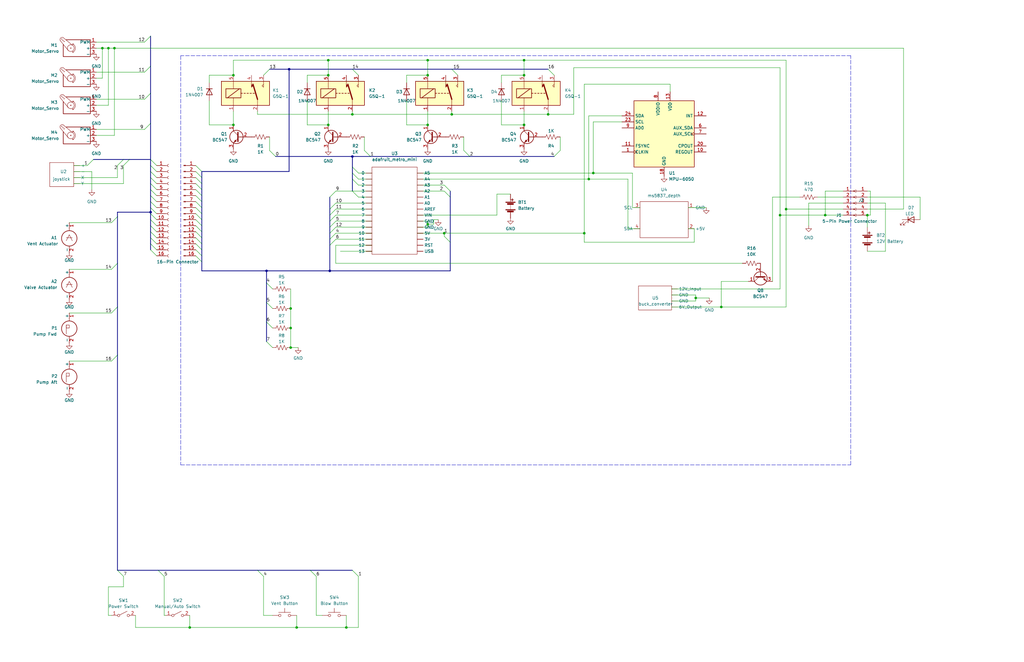
<source format=kicad_sch>
(kicad_sch (version 20211123) (generator eeschema)
  (paper "B")
  (lib_symbols
    (symbol "Connector:Conn_01x05_Female" (pin_names (offset 1.016) hide)
      (property "Reference" "J" (at 0 7.62 0))
      (property "Value" "Conn_01x05_Female" (at 0 -7.62 0))
      (symbol "Conn_01x05_Female_1_1"
        (pin passive line (at -5.08 5.08 0) (length 3.81) (name "Pin_1") (number "1"))
        (pin passive line (at -5.08 2.54 0) (length 3.81) (name "Pin_2") (number "2"))
        (pin passive line (at -5.08 0 0) (length 3.81) (name "Pin_3") (number "3"))
        (pin passive line (at -5.08 -2.54 0) (length 3.81) (name "Pin_4") (number "4"))
        (pin passive line (at -5.08 -5.08 0) (length 3.81) (name "Pin_5") (number "5"))
      )
    )
    (symbol "Connector:Conn_01x05_Male" (pin_names (offset 1.016) hide)
      (property "Reference" "J" (at 0 7.62 0))
      (property "Value" "Conn_01x05_Male" (at 0 -7.62 0))
      (symbol "Conn_01x05_Male_1_1"
        (pin passive line (at 5.08 5.08 180) (length 3.81) (name "Pin_1") (number "1"))
        (pin passive line (at 5.08 2.54 180) (length 3.81) (name "Pin_2") (number "2"))
        (pin passive line (at 5.08 0 180) (length 3.81) (name "Pin_3") (number "3"))
        (pin passive line (at 5.08 -2.54 180) (length 3.81) (name "Pin_4") (number "4"))
        (pin passive line (at 5.08 -5.08 180) (length 3.81) (name "Pin_5") (number "5"))
      )
    )
    (symbol "Connector:Conn_01x16_Female" (pin_names (offset 1.016) hide)
      (property "Reference" "J" (at 0 20.32 0))
      (property "Value" "Conn_01x16_Female" (at 0 -22.86 0))
      (symbol "Conn_01x16_Female_1_1"
        (pin passive line (at -5.08 17.78 0) (length 3.81) (name "Pin_1") (number "1"))
        (pin passive line (at -5.08 -5.08 0) (length 3.81) (name "Pin_10") (number "10"))
        (pin passive line (at -5.08 -7.62 0) (length 3.81) (name "Pin_11") (number "11"))
        (pin passive line (at -5.08 -10.16 0) (length 3.81) (name "Pin_12") (number "12"))
        (pin passive line (at -5.08 -12.7 0) (length 3.81) (name "Pin_13") (number "13"))
        (pin passive line (at -5.08 -15.24 0) (length 3.81) (name "Pin_14") (number "14"))
        (pin passive line (at -5.08 -17.78 0) (length 3.81) (name "Pin_15") (number "15"))
        (pin passive line (at -5.08 -20.32 0) (length 3.81) (name "Pin_16") (number "16"))
        (pin passive line (at -5.08 15.24 0) (length 3.81) (name "Pin_2") (number "2"))
        (pin passive line (at -5.08 12.7 0) (length 3.81) (name "Pin_3") (number "3"))
        (pin passive line (at -5.08 10.16 0) (length 3.81) (name "Pin_4") (number "4"))
        (pin passive line (at -5.08 7.62 0) (length 3.81) (name "Pin_5") (number "5"))
        (pin passive line (at -5.08 5.08 0) (length 3.81) (name "Pin_6") (number "6"))
        (pin passive line (at -5.08 2.54 0) (length 3.81) (name "Pin_7") (number "7"))
        (pin passive line (at -5.08 0 0) (length 3.81) (name "Pin_8") (number "8"))
        (pin passive line (at -5.08 -2.54 0) (length 3.81) (name "Pin_9") (number "9"))
      )
    )
    (symbol "Connector:Conn_01x16_Male" (pin_names (offset 1.016) hide)
      (property "Reference" "J" (at 0 20.32 0))
      (property "Value" "Conn_01x16_Male" (at 0 -22.86 0))
      (symbol "Conn_01x16_Male_1_1"
        (pin passive line (at 5.08 17.78 180) (length 3.81) (name "Pin_1") (number "1"))
        (pin passive line (at 5.08 -5.08 180) (length 3.81) (name "Pin_10") (number "10"))
        (pin passive line (at 5.08 -7.62 180) (length 3.81) (name "Pin_11") (number "11"))
        (pin passive line (at 5.08 -10.16 180) (length 3.81) (name "Pin_12") (number "12"))
        (pin passive line (at 5.08 -12.7 180) (length 3.81) (name "Pin_13") (number "13"))
        (pin passive line (at 5.08 -15.24 180) (length 3.81) (name "Pin_14") (number "14"))
        (pin passive line (at 5.08 -17.78 180) (length 3.81) (name "Pin_15") (number "15"))
        (pin passive line (at 5.08 -20.32 180) (length 3.81) (name "Pin_16") (number "16"))
        (pin passive line (at 5.08 15.24 180) (length 3.81) (name "Pin_2") (number "2"))
        (pin passive line (at 5.08 12.7 180) (length 3.81) (name "Pin_3") (number "3"))
        (pin passive line (at 5.08 10.16 180) (length 3.81) (name "Pin_4") (number "4"))
        (pin passive line (at 5.08 7.62 180) (length 3.81) (name "Pin_5") (number "5"))
        (pin passive line (at 5.08 5.08 180) (length 3.81) (name "Pin_6") (number "6"))
        (pin passive line (at 5.08 2.54 180) (length 3.81) (name "Pin_7") (number "7"))
        (pin passive line (at 5.08 0 180) (length 3.81) (name "Pin_8") (number "8"))
        (pin passive line (at 5.08 -2.54 180) (length 3.81) (name "Pin_9") (number "9"))
      )
    )
    (symbol "Device:Battery" (pin_numbers hide) (pin_names (offset 0) hide)
      (property "Reference" "BT" (at 2.54 2.54 0))
      (property "Value" "Battery" (at 2.54 0 0))
      (symbol "Battery_1_1"
        (pin passive line (at 0 5.08 270) (length 2.54) (name "+") (number "1"))
        (pin passive line (at 0 -5.08 90) (length 2.54) (name "-") (number "2"))
      )
    )
    (symbol "Device:D" (pin_numbers hide) (pin_names (offset 1.016) hide)
      (property "Reference" "D" (at 0 2.54 0))
      (property "Value" "D" (at 0 -2.54 0))
      (symbol "D_1_1"
        (pin passive line (at -3.81 0 0) (length 2.54) (name "K") (number "1"))
        (pin passive line (at 3.81 0 180) (length 2.54) (name "A") (number "2"))
      )
    )
    (symbol "Device:LED" (pin_numbers hide) (pin_names (offset 1.016) hide)
      (property "Reference" "D" (at 0 2.54 0))
      (property "Value" "LED" (at 0 -2.54 0))
      (symbol "LED_1_1"
        (pin passive line (at -3.81 0 0) (length 2.54) (name "K") (number "1"))
        (pin passive line (at 3.81 0 180) (length 2.54) (name "A") (number "2"))
      )
    )
    (symbol "Device:R_US" (pin_numbers hide) (pin_names (offset 0))
      (property "Reference" "R" (at 2.54 0 90))
      (property "Value" "R_US" (at -2.54 0 90))
      (symbol "R_US_1_1"
        (pin passive line (at 0 3.81 270) (length 1.27) (name "~") (number "1"))
        (pin passive line (at 0 -3.81 90) (length 1.27) (name "~") (number "2"))
      )
    )
    (symbol "Motor:Motor_DC" (pin_names (offset 0))
      (property "Reference" "A2" (at 5.08 -1.2699 0))
      (property "Value" "Pump Aft" (at 5.08 -3.8099 0))
      (symbol "Motor_DC_1_1"
        (pin passive line (at 0 5.08 270) (length 2.54) (name "+") (number "1"))
        (pin passive line (at 0 -7.62 90) (length 2.54) (name "-") (number "2"))
      )
    )
    (symbol "Motor:Motor_Servo" (pin_names (offset 0.0254))
      (property "Reference" "M" (at -5.08 4.445 0))
      (property "Value" "Motor_Servo" (at -5.08 -4.064 0))
      (symbol "Motor_Servo_1_1"
        (pin passive line (at -7.62 2.54 0) (length 2.54) (name "PWM") (number "1"))
        (pin passive line (at -7.62 0 0) (length 2.54) (name "+") (number "2"))
        (pin passive line (at -7.62 -2.54 0) (length 2.54) (name "-") (number "3"))
      )
    )
    (symbol "Motor_DC_1" (pin_names (offset 0))
      (property "Reference" "A1" (at 5.08 -1.2699 0))
      (property "Value" "Motor_DC_1" (at 5.08 -3.8099 0))
      (symbol "Motor_DC_1_1_1"
        (pin passive line (at 0 5.08 270) (length 2.54) (name "+") (number "1"))
        (pin passive line (at 0 -7.62 90) (length 2.54) (name "-") (number "2"))
      )
    )
    (symbol "Motor_DC_2" (pin_names (offset 0))
      (property "Reference" "M?" (at 5.08 -1.2699 0))
      (property "Value" "Motor_DC" (at 5.08 -3.8099 0))
      (symbol "Motor_DC_2_1_1"
        (pin passive line (at 0 5.08 270) (length 2.54) (name "+") (number "1"))
        (pin passive line (at 0 -7.62 90) (length 2.54) (name "-") (number "2"))
      )
    )
    (symbol "Motor_DC_3" (pin_names (offset 0))
      (property "Reference" "M?" (at 5.08 -1.2699 0))
      (property "Value" "Motor_DC" (at 5.08 -3.8099 0))
      (symbol "Motor_DC_3_1_1"
        (pin passive line (at 0 5.08 270) (length 2.54) (name "+") (number "1"))
        (pin passive line (at 0 -7.62 90) (length 2.54) (name "-") (number "2"))
      )
    )
    (symbol "Relay:G5Q-1"
      (property "Reference" "K" (at 11.43 3.81 0))
      (property "Value" "G5Q-1" (at 11.43 1.27 0))
      (symbol "G5Q-1_1_1"
        (pin passive line (at -5.08 -7.62 90) (length 2.54) (name "~") (number "1"))
        (pin passive line (at 5.08 -7.62 90) (length 2.54) (name "~") (number "2"))
        (pin passive line (at 7.62 7.62 270) (length 2.54) (name "~") (number "3"))
        (pin passive line (at 2.54 7.62 270) (length 2.54) (name "~") (number "4"))
        (pin passive line (at -5.08 7.62 270) (length 2.54) (name "~") (number "5"))
      )
    )
    (symbol "Sensor_Motion:MPU-6050"
      (property "Reference" "U" (at -11.43 13.97 0))
      (property "Value" "MPU-6050" (at 7.62 -15.24 0))
      (symbol "MPU-6050_0_0"
        (text "" (at 12.7 -2.54 0) (effects (font (size 1.27 1.27))))
      )
      (symbol "MPU-6050_1_1"
        (pin input clock (at -17.78 -7.62 0) (length 5.08) (name "CLKIN") (number "1"))
        (pin passive line (at 17.78 -7.62 180) (length 5.08) (name "REGOUT") (number "10"))
        (pin input line (at -17.78 -5.08 0) (length 5.08) (name "FSYNC") (number "11"))
        (pin output line (at 17.78 7.62 180) (length 5.08) (name "INT") (number "12"))
        (pin power_in line (at 2.54 17.78 270) (length 3.81) (name "VDD") (number "13"))
        (pin no_connect line (at -12.7 -10.16 0) (length 2.54) hide (name "NC") (number "14"))
        (pin no_connect line (at 12.7 12.7 180) (length 2.54) hide (name "NC") (number "15"))
        (pin no_connect line (at 12.7 10.16 180) (length 2.54) hide (name "NC") (number "16"))
        (pin no_connect line (at 12.7 5.08 180) (length 2.54) hide (name "NC") (number "17"))
        (pin power_in line (at 0 -17.78 90) (length 3.81) (name "GND") (number "18"))
        (pin no_connect line (at 12.7 -10.16 180) (length 2.54) hide (name "NC") (number "19"))
        (pin no_connect line (at -12.7 12.7 0) (length 2.54) hide (name "NC") (number "2"))
        (pin passive line (at 17.78 -5.08 180) (length 5.08) (name "CPOUT") (number "20"))
        (pin no_connect line (at 12.7 -2.54 180) (length 2.54) hide (name "NC") (number "21"))
        (pin no_connect line (at 12.7 -12.7 180) (length 2.54) hide (name "NC") (number "22"))
        (pin input line (at -17.78 5.08 0) (length 5.08) (name "SCL") (number "23"))
        (pin bidirectional line (at -17.78 7.62 0) (length 5.08) (name "SDA") (number "24"))
        (pin no_connect line (at -12.7 10.16 0) (length 2.54) hide (name "NC") (number "3"))
        (pin no_connect line (at -12.7 0 0) (length 2.54) hide (name "NC") (number "4"))
        (pin no_connect line (at -12.7 -2.54 0) (length 2.54) hide (name "NC") (number "5"))
        (pin bidirectional line (at 17.78 2.54 180) (length 5.08) (name "AUX_SDA") (number "6"))
        (pin output clock (at 17.78 0 180) (length 5.08) (name "AUX_SCL") (number "7"))
        (pin power_in line (at -2.54 17.78 270) (length 3.81) (name "VDDIO") (number "8"))
        (pin input line (at -17.78 2.54 0) (length 5.08) (name "AD0") (number "9"))
      )
    )
    (symbol "Switch:SW_Push" (pin_numbers hide) (pin_names (offset 1.016) hide)
      (property "Reference" "SW" (at 1.27 2.54 0))
      (property "Value" "SW_Push" (at 0 -1.524 0))
      (symbol "SW_Push_0_1"
        (pin passive line (at -5.08 0 0) (length 2.54) (name "1") (number "1"))
        (pin passive line (at 5.08 0 180) (length 2.54) (name "2") (number "2"))
      )
    )
    (symbol "Switch:SW_SPST" (pin_names (offset 0) hide)
      (property "Reference" "SW" (at 0 3.175 0))
      (property "Value" "SW_SPST" (at 0 -2.54 0))
      (symbol "SW_SPST_1_1"
        (pin passive line (at -5.08 0 0) (length 2.54) (name "A") (number "1"))
        (pin passive line (at 5.08 0 180) (length 2.54) (name "B") (number "2"))
      )
    )
    (symbol "Transistor_BJT:BC547" (pin_names (offset 0) hide)
      (property "Reference" "Q" (at 5.08 1.905 0))
      (property "Value" "BC547" (at 5.08 0 0))
      (symbol "BC547_1_1"
        (pin passive line (at 2.54 5.08 270) (length 2.54) (name "C") (number "1"))
        (pin input line (at -5.08 0 0) (length 5.08) (name "B") (number "2"))
        (pin passive line (at 2.54 -5.08 90) (length 2.54) (name "E") (number "3"))
      )
    )
    (symbol "custom_parts:adafruit_metro_mini" (pin_numbers hide)
      (property "Reference" "U" (at 0 0 0))
      (property "Value" "adafruit_metro_mini" (at -2.54 -25.4 0))
      (symbol "adafruit_metro_mini_1_1"
        (pin bidirectional line (at -12.7 12.7 180) (length 2.54) (name "0") (number "1"))
        (pin bidirectional line (at -12.7 -10.16 180) (length 2.54) (name "9") (number "10"))
        (pin bidirectional line (at -12.7 -12.7 180) (length 2.54) (name "10") (number "11"))
        (pin bidirectional line (at -12.7 -15.24 180) (length 2.54) (name "11") (number "12"))
        (pin bidirectional line (at -12.7 -17.78 180) (length 2.54) (name "12") (number "13"))
        (pin bidirectional line (at -12.7 -20.32 180) (length 2.54) (name "13") (number "14"))
        (pin bidirectional line (at 6.35 -20.32 0) (length 2.54) (name "USB") (number "15"))
        (pin bidirectional line (at 6.35 -17.78 0) (length 2.54) (name "RST") (number "16"))
        (pin output line (at 6.35 -15.24 0) (length 2.54) (name "3V") (number "17"))
        (pin output line (at 6.35 -12.7 0) (length 2.54) (name "5V") (number "18"))
        (pin bidirectional line (at 6.35 -10.16 0) (length 2.54) (name "GND") (number "19"))
        (pin bidirectional line (at -12.7 10.16 180) (length 2.54) (name "1") (number "2"))
        (pin bidirectional line (at 6.35 -7.62 0) (length 2.54) (name "GND") (number "20"))
        (pin bidirectional line (at 6.35 -5.08 0) (length 2.54) (name "VIN") (number "21"))
        (pin output line (at 6.35 -2.54 0) (length 2.54) (name "AREF") (number "22"))
        (pin bidirectional line (at 6.35 0 0) (length 2.54) (name "A0") (number "23"))
        (pin bidirectional line (at 6.35 2.54 0) (length 2.54) (name "A1") (number "24"))
        (pin bidirectional line (at 6.35 5.08 0) (length 2.54) (name "A2") (number "25"))
        (pin bidirectional line (at 6.35 7.62 0) (length 2.54) (name "A3") (number "26"))
        (pin bidirectional line (at 6.35 10.16 0) (length 2.54) (name "A4") (number "27"))
        (pin bidirectional line (at 6.35 12.7 0) (length 2.54) (name "A5") (number "28"))
        (pin bidirectional line (at -12.7 7.62 180) (length 2.54) (name "2") (number "3"))
        (pin bidirectional line (at -12.7 5.08 180) (length 2.54) (name "3") (number "4"))
        (pin bidirectional line (at -12.7 2.54 180) (length 2.54) (name "4") (number "5"))
        (pin bidirectional line (at -12.7 0 180) (length 2.54) (name "5") (number "6"))
        (pin bidirectional line (at -12.7 -2.54 180) (length 2.54) (name "6") (number "7"))
        (pin bidirectional line (at -12.7 -5.08 180) (length 2.54) (name "7") (number "8"))
        (pin bidirectional line (at -12.7 -7.62 180) (length 2.54) (name "8") (number "9"))
      )
    )
    (symbol "custom_parts:buck_converter"
      (property "Reference" "U" (at 0 0 0))
      (property "Value" "buck_converter" (at 0 0 0))
      (symbol "buck_converter_1_1"
        (pin input line (at -6.35 3.81 180) (length 2.54) (name "12V_Input") (number ""))
        (pin output line (at -6.35 -3.81 180) (length 2.54) (name "6V_Output") (number ""))
        (pin bidirectional line (at -6.35 -1.27 180) (length 2.54) (name "GND") (number ""))
        (pin bidirectional line (at -6.35 1.27 180) (length 2.54) (name "GND") (number ""))
      )
    )
    (symbol "custom_parts:joystick"
      (property "Reference" "U" (at 0 0 0))
      (property "Value" "joystick" (at 0 -1.27 0))
      (symbol "joystick_1_1"
        (pin input line (at 5.08 2.54 0) (length 2.54) (name "+") (number ""))
        (pin input line (at 5.08 0 0) (length 2.54) (name "-") (number ""))
        (pin input line (at 5.08 -2.54 0) (length 2.54) (name "X") (number ""))
        (pin input line (at 5.08 -5.08 0) (length 2.54) (name "Y") (number ""))
      )
    )
    (symbol "custom_parts:ms5837_depth"
      (property "Reference" "U" (at 0 2.54 0))
      (property "Value" "ms5837_depth" (at 0 0 0))
      (symbol "ms5837_depth_1_1"
        (pin input line (at -8.89 5.08 180) (length 2.54) (name "GND") (number "1"))
        (pin input line (at -8.89 -3.81 180) (length 2.54) (name "+5V") (number "2"))
        (pin input line (at 11.43 5.08 0) (length 2.54) (name "SCL") (number "3"))
        (pin input line (at 11.43 -3.81 0) (length 2.54) (name "SDA") (number "4"))
      )
    )
    (symbol "power:GND" (power) (pin_names (offset 0))
      (property "Value" "GND" (at 0 -3.81 0))
      (symbol "GND_1_1"
        (pin power_in line (at 0 0 270) (length 0) hide (name "GND") (number "1"))
      )
    )
  )
  (junction (at 138.43 25.4))
  (junction (at 331.47 88.265))
  (junction (at 112.395 114.3))
  (junction (at 231.14 48.26))
  (junction (at 220.98 52.705))
  (junction (at 122.555 138.43))
  (junction (at 148.59 66.04))
  (junction (at 98.425 31.75))
  (junction (at 125.095 264.795))
  (junction (at 220.98 25.4))
  (junction (at 146.05 264.795))
  (junction (at 80.01 264.795))
  (junction (at 347.98 90.805))
  (junction (at 139.065 114.3))
  (junction (at 63.5 89.535))
  (junction (at 138.43 31.75))
  (junction (at 45.72 20.32))
  (junction (at 220.98 31.75))
  (junction (at 180.34 94.615))
  (junction (at 48.26 20.32))
  (junction (at 304.165 129.54))
  (junction (at 180.34 52.705))
  (junction (at 43.18 20.32))
  (junction (at 121.92 29.21))
  (junction (at 248.285 75.565))
  (junction (at 180.34 25.4))
  (junction (at 190.5 48.26))
  (junction (at 122.555 130.175))
  (junction (at 148.59 48.26))
  (junction (at 98.425 52.705))
  (junction (at 246.38 98.425))
  (junction (at 187.325 98.425))
  (junction (at 365.76 90.805))
  (junction (at 122.555 146.685))
  (junction (at 138.43 52.705))
  (junction (at 328.93 90.805))
  (junction (at 293.37 125.73))
  (junction (at 180.34 31.75))
  (junction (at 250.19 73.025))
  (bus_entry (at 148.59 240.665) (size 2.54 2.54))
  (bus_entry (at 82.55 69.85) (size 2.54 2.54))
  (bus_entry (at 195.58 63.5) (size 2.54 2.54))
  (bus_entry (at 82.55 100.33) (size 2.54 2.54))
  (bus_entry (at 236.22 63.5) (size -2.54 2.54))
  (bus_entry (at 139.065 100.965) (size 2.54 -2.54))
  (bus_entry (at 113.665 29.21) (size -2.54 2.54))
  (bus_entry (at 63.5 100.33) (size 2.54 2.54))
  (bus_entry (at 82.55 95.25) (size 2.54 2.54))
  (bus_entry (at 82.55 92.71) (size 2.54 2.54))
  (bus_entry (at 82.55 97.79) (size 2.54 2.54))
  (bus_entry (at 49.53 129.54) (size -2.54 2.54))
  (bus_entry (at 63.5 85.09) (size 2.54 2.54))
  (bus_entry (at 63.5 105.41) (size 2.54 2.54))
  (bus_entry (at 82.55 105.41) (size 2.54 2.54))
  (bus_entry (at 63.5 67.31) (size 2.54 2.54))
  (bus_entry (at 63.5 80.01) (size 2.54 2.54))
  (bus_entry (at 82.55 80.01) (size 2.54 2.54))
  (bus_entry (at 63.5 72.39) (size 2.54 2.54))
  (bus_entry (at 63.5 74.93) (size 2.54 2.54))
  (bus_entry (at 139.065 93.345) (size 2.54 -2.54))
  (bus_entry (at 139.065 88.265) (size 2.54 -2.54))
  (bus_entry (at 130.81 240.665) (size 2.54 2.54))
  (bus_entry (at 49.53 91.44) (size -2.54 2.54))
  (bus_entry (at 63.5 27.94) (size -2.54 2.54))
  (bus_entry (at 112.395 127.635) (size 2.54 2.54))
  (bus_entry (at 63.5 77.47) (size 2.54 2.54))
  (bus_entry (at 63.5 95.25) (size 2.54 2.54))
  (bus_entry (at 82.55 82.55) (size 2.54 2.54))
  (bus_entry (at 148.59 29.21) (size 2.54 2.54))
  (bus_entry (at 52.07 67.31) (size -2.54 2.54))
  (bus_entry (at 82.55 102.87) (size 2.54 2.54))
  (bus_entry (at 82.55 85.09) (size 2.54 2.54))
  (bus_entry (at 139.065 98.425) (size 2.54 -2.54))
  (bus_entry (at 187.325 80.645) (size 2.54 2.54))
  (bus_entry (at 63.5 92.71) (size 2.54 2.54))
  (bus_entry (at 148.59 75.565) (size 2.54 2.54))
  (bus_entry (at 108.585 240.665) (size 2.54 2.54))
  (bus_entry (at 112.395 144.145) (size 2.54 2.54))
  (bus_entry (at 82.55 72.39) (size 2.54 2.54))
  (bus_entry (at 153.67 63.5) (size 2.54 2.54))
  (bus_entry (at 187.325 78.105) (size 2.54 2.54))
  (bus_entry (at 49.53 240.665) (size 2.54 2.54))
  (bus_entry (at 187.325 99.695) (size 2.54 2.54))
  (bus_entry (at 63.5 39.37) (size -2.54 2.54))
  (bus_entry (at 82.55 107.95) (size 2.54 2.54))
  (bus_entry (at 112.395 119.38) (size 2.54 2.54))
  (bus_entry (at 113.665 63.5) (size 2.54 2.54))
  (bus_entry (at 63.5 97.79) (size 2.54 2.54))
  (bus_entry (at 39.37 67.31) (size -2.54 2.54))
  (bus_entry (at 139.065 95.885) (size 2.54 -2.54))
  (bus_entry (at 63.5 90.17) (size 2.54 2.54))
  (bus_entry (at 82.55 90.17) (size 2.54 2.54))
  (bus_entry (at 49.53 149.86) (size -2.54 2.54))
  (bus_entry (at 112.395 135.89) (size 2.54 2.54))
  (bus_entry (at 63.5 102.87) (size 2.54 2.54))
  (bus_entry (at 82.55 87.63) (size 2.54 2.54))
  (bus_entry (at 82.55 77.47) (size 2.54 2.54))
  (bus_entry (at 63.5 87.63) (size 2.54 2.54))
  (bus_entry (at 139.065 90.805) (size 2.54 -2.54))
  (bus_entry (at 66.675 240.665) (size 2.54 2.54))
  (bus_entry (at 63.5 15.24) (size -2.54 2.54))
  (bus_entry (at 63.5 52.07) (size -2.54 2.54))
  (bus_entry (at 63.5 69.85) (size 2.54 2.54))
  (bus_entry (at 82.55 74.93) (size 2.54 2.54))
  (bus_entry (at 148.59 73.025) (size 2.54 2.54))
  (bus_entry (at 231.14 29.21) (size 2.54 2.54))
  (bus_entry (at 63.5 82.55) (size 2.54 2.54))
  (bus_entry (at 139.065 83.185) (size 2.54 -2.54))
  (bus_entry (at 139.065 103.505) (size 2.54 -2.54))
  (bus_entry (at 54.61 67.31) (size -2.54 2.54))
  (bus_entry (at 49.53 111.125) (size -2.54 2.54))
  (bus_entry (at 148.59 70.485) (size 2.54 2.54))
  (bus_entry (at 148.59 80.645) (size 2.54 2.54))
  (bus_entry (at 190.5 29.21) (size 2.54 2.54))
  (bus (pts (xy 148.59 70.485) (xy 148.59 73.025)))
  (wire (pts (xy 355.6 85.725) (xy 340.995 85.725)))
  (wire (pts (xy 122.555 146.685) (xy 125.73 146.685)))
  (wire (pts (xy 373.38 106.045) (xy 373.38 85.725)))
  (wire (pts (xy 220.98 31.75) (xy 211.455 31.75)))
  (wire (pts (xy 156.845 106.045) (xy 143.51 106.045)))
  (wire (pts (xy 290.195 87.63) (xy 297.815 87.63)))
  (bus (pts (xy 63.5 92.71) (xy 63.5 90.17)))
  (bus (pts (xy 63.5 52.07) (xy 63.5 67.31)))
  (wire (pts (xy 175.895 78.105) (xy 187.325 78.105)))
  (wire (pts (xy 40.64 20.32) (xy 43.18 20.32)))
  (wire (pts (xy 146.05 264.795) (xy 146.05 259.715)))
  (wire (pts (xy 248.285 75.565) (xy 248.285 48.895)))
  (wire (pts (xy 52.07 69.85) (xy 52.07 77.47)))
  (bus (pts (xy 139.065 114.3) (xy 189.865 114.3)))
  (wire (pts (xy 355.6 80.645) (xy 347.98 80.645)))
  (bus (pts (xy 63.5 90.17) (xy 63.5 89.535)))
  (bus (pts (xy 85.09 105.41) (xy 85.09 107.95)))
  (wire (pts (xy 175.895 80.645) (xy 187.325 80.645)))
  (wire (pts (xy 129.54 31.75) (xy 129.54 34.925)))
  (bus (pts (xy 85.09 107.95) (xy 85.09 110.49)))
  (bus (pts (xy 139.065 103.505) (xy 139.065 114.3)))
  (bus (pts (xy 63.5 85.09) (xy 63.5 82.55)))
  (wire (pts (xy 190.5 48.26) (xy 190.5 46.99)))
  (wire (pts (xy 175.895 75.565) (xy 248.285 75.565)))
  (wire (pts (xy 220.98 25.4) (xy 220.98 31.75)))
  (wire (pts (xy 266.7 87.63) (xy 269.875 87.63)))
  (wire (pts (xy 98.425 31.75) (xy 88.265 31.75)))
  (wire (pts (xy 347.98 80.645) (xy 347.98 90.805)))
  (wire (pts (xy 40.64 41.91) (xy 60.96 41.91)))
  (wire (pts (xy 175.895 73.025) (xy 250.19 73.025)))
  (bus (pts (xy 66.675 240.665) (xy 108.585 240.665)))
  (bus (pts (xy 148.59 73.025) (xy 148.59 75.565)))
  (bus (pts (xy 85.09 110.49) (xy 85.09 114.3)))
  (wire (pts (xy 180.34 94.615) (xy 182.88 94.615)))
  (wire (pts (xy 209.55 81.915) (xy 215.265 81.915)))
  (bus (pts (xy 85.09 72.39) (xy 85.09 74.93)))
  (wire (pts (xy 315.595 118.745) (xy 304.165 118.745)))
  (bus (pts (xy 85.09 82.55) (xy 85.09 85.09)))
  (wire (pts (xy 133.35 259.715) (xy 135.89 259.715)))
  (bus (pts (xy 85.09 87.63) (xy 85.09 90.17)))
  (wire (pts (xy 209.55 90.805) (xy 209.55 81.915)))
  (bus (pts (xy 63.5 89.535) (xy 49.53 89.535)))
  (wire (pts (xy 141.605 95.885) (xy 156.845 95.885)))
  (bus (pts (xy 189.865 102.235) (xy 189.865 114.3)))
  (bus (pts (xy 39.37 67.31) (xy 52.07 67.31)))
  (wire (pts (xy 88.265 42.545) (xy 88.265 52.705)))
  (bus (pts (xy 85.09 90.17) (xy 85.09 92.71)))
  (bus (pts (xy 63.5 39.37) (xy 63.5 52.07)))
  (wire (pts (xy 40.64 33.02) (xy 43.18 33.02)))
  (bus (pts (xy 49.53 89.535) (xy 49.53 91.44)))
  (bus (pts (xy 85.09 74.93) (xy 85.09 77.47)))
  (bus (pts (xy 85.09 80.01) (xy 85.09 82.55)))
  (bus (pts (xy 49.53 240.665) (xy 66.675 240.665)))
  (bus (pts (xy 49.53 129.54) (xy 49.53 149.86)))
  (wire (pts (xy 88.265 31.75) (xy 88.265 34.925)))
  (wire (pts (xy 282.575 35.56) (xy 282.575 38.735)))
  (wire (pts (xy 122.555 130.175) (xy 122.555 138.43)))
  (wire (pts (xy 69.215 259.715) (xy 69.85 259.715)))
  (wire (pts (xy 355.6 90.805) (xy 347.98 90.805)))
  (bus (pts (xy 139.065 93.345) (xy 139.065 95.885)))
  (wire (pts (xy 48.26 57.15) (xy 48.26 20.32)))
  (wire (pts (xy 98.425 52.705) (xy 98.425 46.99)))
  (wire (pts (xy 148.59 48.26) (xy 148.59 46.99)))
  (wire (pts (xy 141.605 80.645) (xy 148.59 80.645)))
  (wire (pts (xy 187.325 98.425) (xy 187.325 99.695)))
  (wire (pts (xy 111.125 243.205) (xy 111.125 259.715)))
  (polyline (pts (xy 358.775 23.495) (xy 76.2 23.495)))
  (bus (pts (xy 85.09 92.71) (xy 85.09 95.25)))
  (wire (pts (xy 180.34 52.705) (xy 180.34 46.99)))
  (wire (pts (xy 57.15 264.795) (xy 80.01 264.795)))
  (wire (pts (xy 141.605 103.505) (xy 141.605 111.125)))
  (bus (pts (xy 108.585 240.665) (xy 130.81 240.665)))
  (wire (pts (xy 129.54 42.545) (xy 129.54 52.705)))
  (wire (pts (xy 236.22 57.785) (xy 236.22 63.5)))
  (wire (pts (xy 195.58 57.785) (xy 195.58 63.5)))
  (wire (pts (xy 43.18 20.32) (xy 45.72 20.32)))
  (bus (pts (xy 139.065 90.805) (xy 139.065 93.345)))
  (wire (pts (xy 220.98 52.705) (xy 220.98 46.99)))
  (bus (pts (xy 63.5 67.31) (xy 63.5 69.85)))
  (wire (pts (xy 31.115 72.39) (xy 38.735 72.39)))
  (wire (pts (xy 325.755 118.745) (xy 325.755 83.185)))
  (wire (pts (xy 180.34 95.885) (xy 175.895 95.885)))
  (wire (pts (xy 231.14 48.26) (xy 241.935 48.26)))
  (bus (pts (xy 112.395 127.635) (xy 112.395 135.89)))
  (wire (pts (xy 211.455 42.545) (xy 211.455 52.705)))
  (wire (pts (xy 148.59 80.645) (xy 156.845 80.645)))
  (wire (pts (xy 52.07 247.65) (xy 45.72 247.65)))
  (wire (pts (xy 29.21 132.08) (xy 46.99 132.08)))
  (wire (pts (xy 365.76 88.265) (xy 381 88.265)))
  (wire (pts (xy 365.76 90.805) (xy 367.03 90.805)))
  (wire (pts (xy 246.38 35.56) (xy 282.575 35.56)))
  (bus (pts (xy 148.59 66.04) (xy 156.21 66.04)))
  (wire (pts (xy 231.14 48.26) (xy 231.14 46.99)))
  (wire (pts (xy 328.93 90.805) (xy 328.93 121.92)))
  (wire (pts (xy 141.605 88.265) (xy 156.845 88.265)))
  (wire (pts (xy 111.125 259.715) (xy 114.935 259.715)))
  (wire (pts (xy 292.735 96.52) (xy 292.735 102.235)))
  (wire (pts (xy 40.64 54.61) (xy 60.96 54.61)))
  (wire (pts (xy 187.325 98.425) (xy 246.38 98.425)))
  (bus (pts (xy 52.07 67.31) (xy 54.61 67.31)))
  (wire (pts (xy 40.64 17.78) (xy 60.96 17.78)))
  (wire (pts (xy 266.7 73.025) (xy 266.7 87.63)))
  (wire (pts (xy 246.38 102.235) (xy 246.38 98.425)))
  (wire (pts (xy 290.195 96.52) (xy 292.735 96.52)))
  (wire (pts (xy 211.455 52.705) (xy 220.98 52.705)))
  (wire (pts (xy 57.15 264.795) (xy 57.15 259.715)))
  (wire (pts (xy 141.605 103.505) (xy 156.845 103.505)))
  (wire (pts (xy 151.13 73.025) (xy 156.845 73.025)))
  (wire (pts (xy 283.21 121.92) (xy 328.93 121.92)))
  (wire (pts (xy 29.21 113.665) (xy 46.99 113.665)))
  (bus (pts (xy 63.5 77.47) (xy 63.5 74.93)))
  (wire (pts (xy 250.19 51.435) (xy 262.255 51.435)))
  (wire (pts (xy 122.555 121.92) (xy 122.555 130.175)))
  (bus (pts (xy 49.53 149.86) (xy 49.53 240.665)))
  (wire (pts (xy 49.53 69.85) (xy 49.53 74.93)))
  (wire (pts (xy 211.455 31.75) (xy 211.455 34.925)))
  (wire (pts (xy 331.47 25.4) (xy 331.47 88.265)))
  (wire (pts (xy 40.64 30.48) (xy 60.96 30.48)))
  (wire (pts (xy 325.755 83.185) (xy 337.185 83.185)))
  (wire (pts (xy 182.88 92.71) (xy 184.785 92.71)))
  (wire (pts (xy 293.37 124.46) (xy 293.37 125.73)))
  (bus (pts (xy 85.09 77.47) (xy 85.09 80.01)))
  (wire (pts (xy 98.425 25.4) (xy 138.43 25.4)))
  (wire (pts (xy 153.67 57.785) (xy 153.67 63.5)))
  (wire (pts (xy 292.735 102.235) (xy 246.38 102.235)))
  (bus (pts (xy 139.065 95.885) (xy 139.065 98.425)))
  (wire (pts (xy 125.095 264.795) (xy 125.095 259.715)))
  (wire (pts (xy 250.19 73.025) (xy 266.7 73.025)))
  (wire (pts (xy 304.165 118.745) (xy 304.165 129.54)))
  (wire (pts (xy 220.98 25.4) (xy 331.47 25.4)))
  (wire (pts (xy 328.93 28.575) (xy 328.93 90.805)))
  (wire (pts (xy 146.05 264.795) (xy 151.13 264.795)))
  (wire (pts (xy 129.54 52.705) (xy 138.43 52.705)))
  (wire (pts (xy 40.64 57.15) (xy 48.26 57.15)))
  (bus (pts (xy 63.5 89.535) (xy 63.5 87.63)))
  (wire (pts (xy 367.03 90.805) (xy 367.03 80.645)))
  (wire (pts (xy 29.21 93.98) (xy 46.99 93.98)))
  (wire (pts (xy 98.425 31.75) (xy 98.425 25.4)))
  (wire (pts (xy 45.72 44.45) (xy 45.72 20.32)))
  (bus (pts (xy 156.21 66.04) (xy 198.12 66.04)))
  (wire (pts (xy 151.13 243.205) (xy 151.13 264.795)))
  (wire (pts (xy 248.285 48.895) (xy 262.255 48.895)))
  (wire (pts (xy 151.13 75.565) (xy 156.845 75.565)))
  (wire (pts (xy 180.34 25.4) (xy 220.98 25.4)))
  (bus (pts (xy 139.065 100.965) (xy 139.065 103.505)))
  (wire (pts (xy 171.45 52.705) (xy 180.34 52.705)))
  (wire (pts (xy 171.45 31.75) (xy 180.34 31.75)))
  (wire (pts (xy 80.01 264.795) (xy 80.01 259.715)))
  (wire (pts (xy 180.34 25.4) (xy 180.34 31.75)))
  (wire (pts (xy 141.605 93.345) (xy 156.845 93.345)))
  (wire (pts (xy 29.21 152.4) (xy 46.99 152.4)))
  (wire (pts (xy 45.72 20.32) (xy 48.26 20.32)))
  (wire (pts (xy 344.805 83.185) (xy 355.6 83.185)))
  (wire (pts (xy 387.985 83.185) (xy 387.985 92.71)))
  (wire (pts (xy 367.03 80.645) (xy 365.76 80.645)))
  (bus (pts (xy 148.59 75.565) (xy 148.59 80.645)))
  (wire (pts (xy 113.665 57.785) (xy 113.665 63.5)))
  (bus (pts (xy 63.5 74.93) (xy 63.5 72.39)))
  (wire (pts (xy 138.43 25.4) (xy 180.34 25.4)))
  (wire (pts (xy 171.45 42.545) (xy 171.45 52.705)))
  (wire (pts (xy 175.895 98.425) (xy 187.325 98.425)))
  (bus (pts (xy 85.09 102.87) (xy 85.09 105.41)))
  (wire (pts (xy 148.59 48.26) (xy 190.5 48.26)))
  (bus (pts (xy 116.205 66.04) (xy 148.59 66.04)))
  (wire (pts (xy 141.605 111.125) (xy 313.055 111.125)))
  (bus (pts (xy 139.065 98.425) (xy 139.065 100.965)))
  (wire (pts (xy 108.585 46.99) (xy 108.585 48.26)))
  (wire (pts (xy 373.38 85.725) (xy 365.76 85.725)))
  (bus (pts (xy 63.5 15.24) (xy 63.5 27.94)))
  (bus (pts (xy 112.395 119.38) (xy 112.395 127.635)))
  (wire (pts (xy 331.47 88.265) (xy 331.47 129.54)))
  (wire (pts (xy 171.45 34.925) (xy 171.45 31.75)))
  (wire (pts (xy 250.19 73.025) (xy 250.19 51.435)))
  (wire (pts (xy 45.72 259.715) (xy 46.99 259.715)))
  (wire (pts (xy 31.115 77.47) (xy 52.07 77.47)))
  (wire (pts (xy 48.26 20.32) (xy 381 20.32)))
  (wire (pts (xy 133.35 243.205) (xy 133.35 259.715)))
  (bus (pts (xy 63.5 72.39) (xy 63.5 69.85)))
  (bus (pts (xy 148.59 66.04) (xy 148.59 70.485)))
  (wire (pts (xy 125.095 264.795) (xy 146.05 264.795)))
  (wire (pts (xy 38.735 72.39) (xy 38.735 80.01)))
  (wire (pts (xy 293.37 127) (xy 283.21 127)))
  (bus (pts (xy 139.065 88.265) (xy 139.065 90.805)))
  (wire (pts (xy 138.43 52.705) (xy 138.43 46.99)))
  (wire (pts (xy 180.34 93.345) (xy 180.34 94.615)))
  (wire (pts (xy 138.43 25.4) (xy 138.43 31.75)))
  (wire (pts (xy 241.935 48.26) (xy 241.935 28.575)))
  (wire (pts (xy 69.215 243.205) (xy 69.215 259.715)))
  (bus (pts (xy 189.865 83.185) (xy 189.865 102.235)))
  (bus (pts (xy 189.865 80.645) (xy 189.865 83.185)))
  (bus (pts (xy 63.5 105.41) (xy 63.5 102.87)))
  (wire (pts (xy 141.605 90.805) (xy 156.845 90.805)))
  (wire (pts (xy 175.895 93.345) (xy 180.34 93.345)))
  (bus (pts (xy 54.61 67.31) (xy 63.5 67.31)))
  (wire (pts (xy 151.13 83.185) (xy 156.845 83.185)))
  (bus (pts (xy 85.09 95.25) (xy 85.09 97.79)))
  (wire (pts (xy 151.13 78.105) (xy 156.845 78.105)))
  (bus (pts (xy 63.5 102.87) (xy 63.5 100.33)))
  (bus (pts (xy 113.665 29.21) (xy 121.92 29.21)))
  (bus (pts (xy 112.395 135.89) (xy 112.395 144.145)))
  (wire (pts (xy 45.72 247.65) (xy 45.72 259.715)))
  (wire (pts (xy 175.895 90.805) (xy 209.55 90.805)))
  (wire (pts (xy 182.88 94.615) (xy 182.88 92.71)))
  (bus (pts (xy 85.09 85.09) (xy 85.09 87.63)))
  (polyline (pts (xy 358.775 196.215) (xy 358.775 23.495)))
  (bus (pts (xy 139.065 83.185) (xy 139.065 88.265)))
  (wire (pts (xy 299.085 125.73) (xy 293.37 125.73)))
  (polyline (pts (xy 76.2 23.495) (xy 76.2 196.215)))
  (wire (pts (xy 80.01 264.795) (xy 125.095 264.795)))
  (bus (pts (xy 63.5 100.33) (xy 63.5 97.79)))
  (wire (pts (xy 141.605 100.965) (xy 156.845 100.965)))
  (wire (pts (xy 31.115 69.85) (xy 36.83 69.85)))
  (bus (pts (xy 85.09 72.39) (xy 121.92 72.39)))
  (bus (pts (xy 190.5 29.21) (xy 231.14 29.21)))
  (wire (pts (xy 246.38 98.425) (xy 246.38 35.56)))
  (wire (pts (xy 365.76 90.805) (xy 365.76 95.885)))
  (wire (pts (xy 264.795 75.565) (xy 264.795 96.52)))
  (wire (pts (xy 347.98 90.805) (xy 328.93 90.805)))
  (wire (pts (xy 365.76 106.045) (xy 373.38 106.045)))
  (bus (pts (xy 49.53 111.125) (xy 49.53 129.54)))
  (bus (pts (xy 130.81 240.665) (xy 148.59 240.665)))
  (wire (pts (xy 180.34 94.615) (xy 180.34 95.885)))
  (wire (pts (xy 304.165 129.54) (xy 331.47 129.54)))
  (wire (pts (xy 293.37 125.73) (xy 293.37 127)))
  (wire (pts (xy 248.285 75.565) (xy 264.795 75.565)))
  (wire (pts (xy 365.76 83.185) (xy 387.985 83.185)))
  (wire (pts (xy 108.585 48.26) (xy 148.59 48.26)))
  (wire (pts (xy 381 20.32) (xy 381 88.265)))
  (bus (pts (xy 63.5 80.01) (xy 63.5 77.47)))
  (wire (pts (xy 122.555 138.43) (xy 122.555 146.685)))
  (bus (pts (xy 85.09 97.79) (xy 85.09 100.33)))
  (wire (pts (xy 52.07 243.205) (xy 52.07 247.65)))
  (wire (pts (xy 40.64 44.45) (xy 45.72 44.45)))
  (bus (pts (xy 112.395 114.3) (xy 139.065 114.3)))
  (bus (pts (xy 112.395 114.3) (xy 112.395 119.38)))
  (bus (pts (xy 49.53 91.44) (xy 49.53 111.125)))
  (wire (pts (xy 141.605 85.725) (xy 156.845 85.725)))
  (wire (pts (xy 355.6 88.265) (xy 331.47 88.265)))
  (wire (pts (xy 43.18 33.02) (xy 43.18 20.32)))
  (polyline (pts (xy 76.2 196.215) (xy 358.775 196.215)))
  (bus (pts (xy 148.59 29.21) (xy 190.5 29.21)))
  (bus (pts (xy 121.92 29.21) (xy 121.92 72.39)))
  (wire (pts (xy 141.605 98.425) (xy 156.845 98.425)))
  (bus (pts (xy 85.09 114.3) (xy 112.395 114.3)))
  (bus (pts (xy 121.92 29.21) (xy 148.59 29.21)))
  (wire (pts (xy 264.795 96.52) (xy 269.875 96.52)))
  (wire (pts (xy 241.935 28.575) (xy 328.93 28.575)))
  (bus (pts (xy 198.12 66.04) (xy 233.68 66.04)))
  (bus (pts (xy 85.09 100.33) (xy 85.09 102.87)))
  (wire (pts (xy 31.115 74.93) (xy 49.53 74.93)))
  (wire (pts (xy 340.995 85.725) (xy 340.995 95.25)))
  (wire (pts (xy 283.21 124.46) (xy 293.37 124.46)))
  (bus (pts (xy 63.5 95.25) (xy 63.5 92.71)))
  (bus (pts (xy 63.5 82.55) (xy 63.5 80.01)))
  (wire (pts (xy 283.21 129.54) (xy 304.165 129.54)))
  (wire (pts (xy 138.43 31.75) (xy 129.54 31.75)))
  (bus (pts (xy 63.5 97.79) (xy 63.5 95.25)))
  (bus (pts (xy 63.5 87.63) (xy 63.5 85.09)))
  (wire (pts (xy 190.5 48.26) (xy 231.14 48.26)))
  (wire (pts (xy 88.265 52.705) (xy 98.425 52.705)))
  (bus (pts (xy 63.5 27.94) (xy 63.5 39.37)))
  (label "15" (at 44.45 132.08 0))
  (label "13" (at 113.665 29.21 0))
  (label "12" (at 58.42 17.78 0))
  (label "16" (at 231.14 29.21 0))
  (label "2" (at 198.12 66.04 0))
  (label "1" (at 156.21 66.04 0))
  (label "3" (at 185.42 78.105 0))
  (label "5" (at 69.215 243.205 0))
  (label "11" (at 58.42 30.48 0))
  (label "15" (at 191.135 29.21 0))
  (label "6" (at 133.35 243.205 0))
  (label "1" (at 151.13 243.205 0))
  (label "5" (at 141.605 93.345 0))
  (label "1" (at 187.325 98.425 0))
  (label "13" (at 44.45 93.98 0))
  (label "4" (at 233.68 66.04 180))
  (label "5" (at 112.395 127.635 0))
  (label "9" (at 141.605 80.645 0))
  (label "10" (at 141.605 85.725 0))
  (label "1" (at 35.56 69.85 0))
  (label "7" (at 141.605 90.805 0))
  (label "16" (at 44.45 152.4 0))
  (label "6" (at 141.605 100.965 0))
  (label "6" (at 112.395 135.89 0))
  (label "3" (at 52.07 71.755 180))
  (label "4" (at 141.605 98.425 0))
  (label "14" (at 44.45 113.665 0))
  (label "2" (at 49.53 71.755 180))
  (label "7" (at 112.395 144.145 0))
  (label "12" (at 141.605 95.885 0))
  (label "4" (at 111.125 243.205 0))
  (label "9" (at 59.055 54.61 0))
  (label "10" (at 58.42 41.91 0))
  (label "0" (at 116.205 66.04 0))
  (label "11" (at 141.605 88.265 0))
  (label "14" (at 148.59 29.21 0))
  (label "4" (at 112.395 119.38 0))
  (label "7" (at 52.07 243.205 0))
  (label "2" (at 185.42 80.645 0))
  (symbol (lib_id "power:GND") (at 29.21 126.365 0) (unit 1)
    (property "Reference" "#PWR017" (effects hide))
    (property "Value" "GND" (at 29.21 129.54 0))
  )
  (symbol (lib_id "Device:R_US") (at 109.855 57.785 90) (unit 1)
    (property "Reference" "R1" (at 109.855 61.595 90))
    (property "Value" "1K" (at 109.855 64.135 90))
  )
  (symbol (lib_name "Motor_DC_1") (lib_id "Motor:Motor_DC") (at 29.21 137.16 0) (unit 1)
    (property "Reference" "P1" (at 21.59 138.43 0) (effects (justify left)))
    (property "Value" "Pump Fwd" (at 13.97 140.97 0) (effects (justify left)))
  )
  (symbol (lib_id "Transistor_BJT:BC547") (at 100.965 57.785 0) (mirror y) (unit 1)
    (property "Reference" "Q1" (at 95.885 56.5149 0) (effects (justify left)))
    (property "Value" "BC547" (at 95.885 59.0549 0) (effects (justify left)))
    (property "Footprint" "Package_TO_SOT_THT:TO-92_Inline" (effects hide))
    (property "Datasheet" "https://www.onsemi.com/pub/Collateral/BC550-D.pdf" (effects hide))
  )
  (symbol (lib_id "Device:R_US") (at 118.745 121.92 270) (unit 1)
    (property "Reference" "R5" (at 118.745 116.84 90))
    (property "Value" "1K" (at 118.745 119.38 90))
  )
  (symbol (lib_id "Motor:Motor_DC") (at 29.21 157.48 0) (unit 1)
    (property "Reference" "P2" (at 21.59 158.75 0) (effects (justify left)))
    (property "Value" "Pump Aft" (at 15.24 161.29 0) (effects (justify left)))
  )
  (symbol (lib_id "power:GND") (at 215.265 92.075 0) (unit 1)
    (property "Reference" "#PWR012" (effects hide))
    (property "Value" "GND" (at 215.265 96.52 0))
  )
  (symbol (lib_id "power:GND") (at 180.34 62.865 0) (unit 1)
    (property "Reference" "#PWR07" (effects hide))
    (property "Value" "GND" (at 180.34 67.945 0))
  )
  (symbol (lib_id "Sensor_Motion:MPU-6050") (at 280.035 56.515 0) (unit 1)
    (property "Reference" "U1" (at 282.0544 73.025 0) (effects (justify left)))
    (property "Value" "MPU-6050" (at 282.0544 75.565 0) (effects (justify left)))
    (property "Footprint" "Sensor_Motion:InvenSense_QFN-24_4x4mm_P0.5mm" (effects hide))
    (property "Datasheet" "https://store.invensense.com/datasheets/invensense/MPU-6050_DataSheet_V3%204.pdf" (effects hide))
  )
  (symbol (lib_id "Device:D") (at 88.265 38.735 270) (unit 1)
    (property "Reference" "D1" (at 85.725 37.4649 90) (effects (justify right)))
    (property "Value" "1N4007" (at 85.725 40.0049 90) (effects (justify right)))
  )
  (symbol (lib_id "power:GND") (at 40.64 22.86 0) (unit 1)
    (property "Reference" "#PWR01" (effects hide))
    (property "Value" "GND" (at 40.64 27.94 0))
  )
  (symbol (lib_id "Device:R_US") (at 118.745 130.175 270) (unit 1)
    (property "Reference" "R6" (at 118.745 125.095 90))
    (property "Value" "1K" (at 118.745 127.635 90))
  )
  (symbol (lib_id "Motor:Motor_Servo") (at 33.02 33.02 0) (mirror y) (unit 1)
    (property "Reference" "M2" (at 22.86 31.75 0))
    (property "Value" "Motor_Servo" (at 19.05 34.29 0))
    (property "Datasheet" "http://forums.parallax.com/uploads/attachments/46831/74481.png" (effects hide))
  )
  (symbol (lib_id "power:GND") (at 98.425 62.865 0) (unit 1)
    (property "Reference" "#PWR05" (effects hide))
    (property "Value" "GND" (at 98.425 67.945 0))
  )
  (symbol (lib_id "power:GND") (at 38.735 80.01 0) (unit 1)
    (property "Reference" "#PWR010" (effects hide))
    (property "Value" "GND" (at 38.735 85.09 0))
  )
  (symbol (lib_id "Switch:SW_SPST") (at 52.07 259.715 0) (unit 1)
    (property "Reference" "SW1" (at 52.07 253.365 0))
    (property "Value" "Power Switch" (at 52.07 255.905 0))
  )
  (symbol (lib_id "power:GND") (at 297.815 87.63 0) (unit 1)
    (property "Reference" "#PWR011" (effects hide))
    (property "Value" "GND" (effects hide))
  )
  (symbol (lib_id "Device:R_US") (at 118.745 138.43 270) (unit 1)
    (property "Reference" "R7" (at 118.745 133.35 90))
    (property "Value" "1K" (at 118.745 135.89 90))
  )
  (symbol (lib_id "Transistor_BJT:BC547") (at 223.52 57.785 0) (mirror y) (unit 1)
    (property "Reference" "Q4" (at 217.805 56.5149 0) (effects (justify left)))
    (property "Value" "BC547" (at 217.805 59.0549 0) (effects (justify left)))
    (property "Footprint" "Package_TO_SOT_THT:TO-92_Inline" (effects hide))
    (property "Datasheet" "https://www.onsemi.com/pub/Collateral/BC550-D.pdf" (effects hide))
  )
  (symbol (lib_id "Device:D") (at 171.45 38.735 270) (unit 1)
    (property "Reference" "D3" (at 167.005 38.735 90) (effects (justify left)))
    (property "Value" "1N4007" (at 167.64 42.545 90) (effects (justify left)))
  )
  (symbol (lib_id "power:GND") (at 29.21 106.68 0) (unit 1)
    (property "Reference" "#PWR015" (effects hide))
    (property "Value" "GND" (at 29.21 109.855 0))
  )
  (symbol (lib_id "Connector:Conn_01x05_Female") (at 360.68 85.725 0) (mirror y) (unit 1)
    (property "Reference" "J1" (at 354.965 90.805 0) (effects (justify left)))
    (property "Value" "Conn_01x05_Female" (effects hide))
  )
  (symbol (lib_id "Device:R_US") (at 118.745 146.685 270) (unit 1)
    (property "Reference" "R8" (at 118.745 141.605 90))
    (property "Value" "1K" (at 118.745 144.145 90))
  )
  (symbol (lib_id "Motor:Motor_Servo") (at 33.02 20.32 0) (mirror y) (unit 1)
    (property "Reference" "M1" (at 22.86 19.05 0))
    (property "Value" "Motor_Servo" (at 19.05 21.59 0))
    (property "Datasheet" "http://forums.parallax.com/uploads/attachments/46831/74481.png" (effects hide))
  )
  (symbol (lib_id "Transistor_BJT:BC547") (at 320.675 116.205 90) (mirror x) (unit 1)
    (property "Reference" "Q8" (at 320.675 122.555 90))
    (property "Value" "BC547" (at 320.675 125.095 90))
    (property "Footprint" "Package_TO_SOT_THT:TO-92_Inline" (effects hide))
    (property "Datasheet" "https://www.onsemi.com/pub/Collateral/BC550-D.pdf" (effects hide))
  )
  (symbol (lib_id "Device:D") (at 211.455 38.735 270) (unit 1)
    (property "Reference" "D4" (at 207.01 38.735 90) (effects (justify left)))
    (property "Value" "1N4007" (at 207.645 42.545 90) (effects (justify left)))
  )
  (symbol (lib_id "Device:R_US") (at 316.865 111.125 90) (unit 1)
    (property "Reference" "R16" (at 316.865 104.775 90))
    (property "Value" "10K" (at 316.865 107.315 90))
  )
  (symbol (lib_id "power:GND") (at 125.73 146.685 0) (unit 1)
    (property "Reference" "#PWR019" (effects hide))
    (property "Value" "GND" (at 125.73 151.13 0))
  )
  (symbol (lib_id "Motor:Motor_Servo") (at 33.02 57.15 0) (mirror y) (unit 1)
    (property "Reference" "M4" (at 22.86 55.88 0))
    (property "Value" "Motor_Servo" (at 19.05 58.42 0))
    (property "Datasheet" "http://forums.parallax.com/uploads/attachments/46831/74481.png" (effects hide))
  )
  (symbol (lib_id "custom_parts:buck_converter") (at 276.86 125.73 0) (mirror y) (unit 1)
    (property "Reference" "U5" (at 274.955 125.73 0) (effects (justify right)))
    (property "Value" "buck_converter" (at 269.24 128.27 0) (effects (justify right)))
  )
  (symbol (lib_id "custom_parts:ms5837_depth") (at 281.305 92.71 0) (mirror y) (unit 1)
    (property "Reference" "U4" (at 280.035 80.01 0))
    (property "Value" "ms5837_depth" (at 280.035 82.55 0))
  )
  (symbol (lib_name "Motor_DC_3") (lib_id "Motor:Motor_DC") (at 29.21 118.745 0) (unit 1)
    (property "Reference" "A2" (at 21.59 118.745 0) (effects (justify left)))
    (property "Value" "Valve Actuator" (at 10.16 121.285 0) (effects (justify left)))
  )
  (symbol (lib_id "Device:R_US") (at 340.995 83.185 90) (unit 1)
    (property "Reference" "R15" (at 340.995 77.47 90))
    (property "Value" "470" (at 340.995 80.01 90))
  )
  (symbol (lib_id "Connector:Conn_01x16_Male") (at 77.47 87.63 0) (unit 1)
    (property "Reference" "J4" (effects hide))
    (property "Value" "16-Pin Connector" (at 83.82 110.49 0) (effects (justify right)))
  )
  (symbol (lib_id "power:GND") (at 40.64 35.56 0) (unit 1)
    (property "Reference" "#PWR02" (effects hide))
    (property "Value" "GND" (at 40.64 40.64 0))
  )
  (symbol (lib_id "custom_parts:joystick") (at 26.035 72.39 0) (unit 1)
    (property "Reference" "U2" (at 25.4 72.39 0) (effects (justify left)))
    (property "Value" "joystick" (at 22.225 75.565 0) (effects (justify left)))
  )
  (symbol (lib_id "power:GND") (at 299.085 125.73 0) (mirror y) (unit 1)
    (property "Reference" "#PWR016" (effects hide))
    (property "Value" "GND" (at 299.085 130.81 0))
  )
  (symbol (lib_id "Transistor_BJT:BC547") (at 182.88 57.785 0) (mirror y) (unit 1)
    (property "Reference" "Q3" (at 177.8 56.5149 0) (effects (justify left)))
    (property "Value" "BC547" (at 177.8 59.0549 0) (effects (justify left)))
    (property "Footprint" "Package_TO_SOT_THT:TO-92_Inline" (effects hide))
    (property "Datasheet" "https://www.onsemi.com/pub/Collateral/BC550-D.pdf" (effects hide))
  )
  (symbol (lib_id "Switch:SW_Push") (at 120.015 259.715 0) (unit 1)
    (property "Reference" "SW3" (at 120.015 252.095 0))
    (property "Value" "Vent Button" (at 120.015 254.635 0))
  )
  (symbol (lib_id "power:GND") (at 280.035 74.295 0) (unit 1)
    (property "Reference" "#PWR09" (effects hide))
    (property "Value" "GND" (effects hide))
  )
  (symbol (lib_id "power:GND") (at 29.21 144.78 0) (unit 1)
    (property "Reference" "#PWR018" (effects hide))
    (property "Value" "GND" (at 29.21 148.59 0))
  )
  (symbol (lib_id "Motor:Motor_Servo") (at 33.02 44.45 0) (mirror y) (unit 1)
    (property "Reference" "M3" (at 22.86 43.18 0))
    (property "Value" "Motor_Servo" (at 19.05 45.72 0))
    (property "Datasheet" "http://forums.parallax.com/uploads/attachments/46831/74481.png" (effects hide))
  )
  (symbol (lib_id "power:GND") (at 40.64 59.69 0) (unit 1)
    (property "Reference" "#PWR04" (effects hide))
    (property "Value" "GND" (at 40.64 64.77 0))
  )
  (symbol (lib_id "power:GND") (at 29.21 165.1 0) (unit 1)
    (property "Reference" "#PWR020" (effects hide))
    (property "Value" "GND" (at 29.21 168.91 0))
  )
  (symbol (lib_id "Relay:G5Q-1") (at 143.51 39.37 0) (unit 1)
    (property "Reference" "K2" (at 155.575 38.0999 0) (effects (justify left)))
    (property "Value" "G5Q-1" (at 155.575 40.6399 0) (effects (justify left)))
    (property "Footprint" "Relay_THT:Relay_SPDT_Omron-G5Q-1" (effects hide))
    (property "Datasheet" "https://www.omron.com/ecb/products/pdf/en-g5q.pdf" (effects hide))
  )
  (symbol (lib_id "power:GND") (at 220.98 62.865 0) (unit 1)
    (property "Reference" "#PWR08" (effects hide))
    (property "Value" "GND" (at 220.98 67.945 0))
  )
  (symbol (lib_name "Motor_DC_2") (lib_id "Motor:Motor_DC") (at 29.21 99.06 0) (unit 1)
    (property "Reference" "A1" (at 21.59 100.33 0) (effects (justify left)))
    (property "Value" "Vent Actuator" (at 11.43 102.87 0) (effects (justify left)))
  )
  (symbol (lib_id "Device:Battery") (at 215.265 86.995 0) (unit 1)
    (property "Reference" "BT1" (at 218.44 85.3439 0) (effects (justify left)))
    (property "Value" "Battery" (at 218.44 87.8839 0) (effects (justify left)))
  )
  (symbol (lib_id "Device:D") (at 129.54 38.735 270) (unit 1)
    (property "Reference" "D2" (at 125.095 38.735 90) (effects (justify left)))
    (property "Value" "1N4007" (at 125.73 42.545 90) (effects (justify left)))
  )
  (symbol (lib_id "Transistor_BJT:BC547") (at 140.97 57.785 0) (mirror y) (unit 1)
    (property "Reference" "Q2" (at 135.255 56.5149 0) (effects (justify left)))
    (property "Value" "BC547" (at 135.255 59.0549 0) (effects (justify left)))
    (property "Footprint" "Package_TO_SOT_THT:TO-92_Inline" (effects hide))
    (property "Datasheet" "https://www.onsemi.com/pub/Collateral/BC550-D.pdf" (effects hide))
  )
  (symbol (lib_id "Relay:G5Q-1") (at 103.505 39.37 0) (unit 1)
    (property "Reference" "K1" (at 114.935 38.0999 0) (effects (justify left)))
    (property "Value" "G5Q-1" (at 114.935 40.6399 0) (effects (justify left)))
    (property "Footprint" "Relay_THT:Relay_SPDT_Omron-G5Q-1" (effects hide))
    (property "Datasheet" "https://www.omron.com/ecb/products/pdf/en-g5q.pdf" (effects hide))
  )
  (symbol (lib_id "Device:R_US") (at 191.77 57.785 90) (unit 1)
    (property "Reference" "R3" (at 191.77 61.595 90))
    (property "Value" "1K" (at 191.77 64.135 90))
  )
  (symbol (lib_id "Connector:Conn_01x05_Male") (at 360.68 85.725 0) (mirror y) (unit 1)
    (property "Reference" "J2" (at 361.95 84.4549 0) (effects (justify right)))
    (property "Value" "5-Pin Power Connector" (at 346.71 93.345 0) (effects (justify right)))
  )
  (symbol (lib_id "Relay:G5Q-1") (at 226.06 39.37 0) (unit 1)
    (property "Reference" "K4" (at 238.125 38.0999 0) (effects (justify left)))
    (property "Value" "G5Q-1" (at 238.125 40.6399 0) (effects (justify left)))
    (property "Footprint" "Relay_THT:Relay_SPDT_Omron-G5Q-1" (effects hide))
    (property "Datasheet" "https://www.omron.com/ecb/products/pdf/en-g5q.pdf" (effects hide))
  )
  (symbol (lib_id "custom_parts:adafruit_metro_mini") (at 169.545 85.725 0) (unit 1)
    (property "Reference" "U3" (at 166.37 64.77 0))
    (property "Value" "adafruit_metro_mini" (at 166.37 67.31 0))
  )
  (symbol (lib_id "Device:R_US") (at 149.86 57.785 90) (unit 1)
    (property "Reference" "R2" (at 149.86 61.595 90))
    (property "Value" "1K" (at 149.86 64.135 90))
  )
  (symbol (lib_id "power:GND") (at 184.785 92.71 0) (unit 1)
    (property "Reference" "#PWR013" (effects hide))
    (property "Value" "GND" (at 184.785 96.52 0))
  )
  (symbol (lib_id "Relay:G5Q-1") (at 185.42 39.37 0) (unit 1)
    (property "Reference" "K3" (at 196.85 38.0999 0) (effects (justify left)))
    (property "Value" "G5Q-1" (at 196.85 40.6399 0) (effects (justify left)))
    (property "Footprint" "Relay_THT:Relay_SPDT_Omron-G5Q-1" (effects hide))
    (property "Datasheet" "https://www.omron.com/ecb/products/pdf/en-g5q.pdf" (effects hide))
  )
  (symbol (lib_id "power:GND") (at 40.64 46.99 0) (unit 1)
    (property "Reference" "#PWR03" (effects hide))
    (property "Value" "GND" (at 40.64 52.07 0))
  )
  (symbol (lib_id "power:GND") (at 138.43 62.865 0) (unit 1)
    (property "Reference" "#PWR06" (effects hide))
    (property "Value" "GND" (at 138.43 67.945 0))
  )
  (symbol (lib_id "Device:LED") (at 384.175 92.71 0) (unit 1)
    (property "Reference" "D?" (at 384.175 87.63 0))
    (property "Value" "LED" (at 383.54 90.17 0))
  )
  (symbol (lib_id "Device:R_US") (at 232.41 57.785 90) (unit 1)
    (property "Reference" "R4" (at 232.41 61.595 90))
    (property "Value" "1K" (at 232.41 55.245 90))
  )
  (symbol (lib_id "Switch:SW_SPST") (at 74.93 259.715 0) (unit 1)
    (property "Reference" "SW2" (at 74.93 253.365 0))
    (property "Value" "Manual/Auto Switch" (at 74.93 255.905 0))
  )
  (symbol (lib_id "Switch:SW_Push") (at 140.97 259.715 0) (unit 1)
    (property "Reference" "SW4" (at 140.97 252.095 0))
    (property "Value" "Blow Button" (at 140.97 254.635 0))
  )
  (symbol (lib_id "Connector:Conn_01x16_Female") (at 71.12 87.63 0) (unit 1)
    (property "Reference" "J3" (effects hide))
    (property "Value" "Conn_01x16_Female" (effects hide))
  )
  (symbol (lib_id "Device:Battery") (at 365.76 100.965 0) (unit 1)
    (property "Reference" "BT2" (at 369.57 99.3139 0) (effects (justify left)))
    (property "Value" "12V Battery" (at 369.57 101.8539 0) (effects (justify left)))
  )
  (symbol (lib_id "power:GND") (at 340.995 95.25 0) (unit 1)
    (property "Reference" "#PWR014" (effects hide))
    (property "Value" "GND" (at 340.995 100.33 0))
  )
)
</source>
